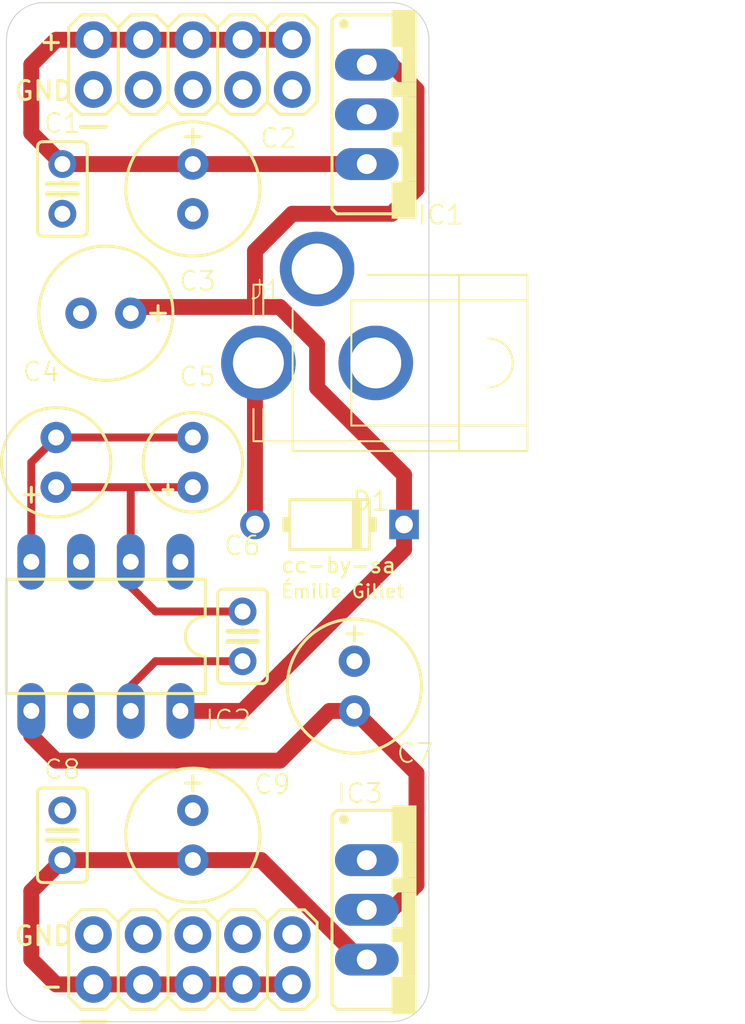
<source format=kicad_pcb>
(kicad_pcb (version 20171130) (host pcbnew 5.1.5-52549c5~84~ubuntu18.04.1)

  (general
    (thickness 1.6)
    (drawings 14)
    (tracks 63)
    (zones 0)
    (modules 16)
    (nets 13)
  )

  (page A4)
  (layers
    (0 Top signal)
    (31 Bottom signal)
    (32 B.Adhes user)
    (33 F.Adhes user)
    (34 B.Paste user)
    (35 F.Paste user)
    (36 B.SilkS user)
    (37 F.SilkS user)
    (38 B.Mask user)
    (39 F.Mask user)
    (40 Dwgs.User user)
    (41 Cmts.User user)
    (42 Eco1.User user)
    (43 Eco2.User user)
    (44 Edge.Cuts user)
    (45 Margin user)
    (46 B.CrtYd user)
    (47 F.CrtYd user)
    (48 B.Fab user)
    (49 F.Fab user)
  )

  (setup
    (last_trace_width 0.25)
    (trace_clearance 0.2)
    (zone_clearance 0.508)
    (zone_45_only no)
    (trace_min 0.2)
    (via_size 0.8)
    (via_drill 0.4)
    (via_min_size 0.4)
    (via_min_drill 0.3)
    (uvia_size 0.3)
    (uvia_drill 0.1)
    (uvias_allowed no)
    (uvia_min_size 0.2)
    (uvia_min_drill 0.1)
    (edge_width 0.05)
    (segment_width 0.2)
    (pcb_text_width 0.3)
    (pcb_text_size 1.5 1.5)
    (mod_edge_width 0.12)
    (mod_text_size 1 1)
    (mod_text_width 0.15)
    (pad_size 1.524 1.524)
    (pad_drill 0.762)
    (pad_to_mask_clearance 0.051)
    (solder_mask_min_width 0.25)
    (aux_axis_origin 0 0)
    (visible_elements FFFFFF7F)
    (pcbplotparams
      (layerselection 0x010fc_ffffffff)
      (usegerberextensions false)
      (usegerberattributes false)
      (usegerberadvancedattributes false)
      (creategerberjobfile false)
      (excludeedgelayer true)
      (linewidth 0.100000)
      (plotframeref false)
      (viasonmask false)
      (mode 1)
      (useauxorigin false)
      (hpglpennumber 1)
      (hpglpenspeed 20)
      (hpglpendiameter 15.000000)
      (psnegative false)
      (psa4output false)
      (plotreference true)
      (plotvalue true)
      (plotinvisibletext false)
      (padsonsilk false)
      (subtractmaskfromsilk false)
      (outputformat 1)
      (mirror false)
      (drillshape 1)
      (scaleselection 1)
      (outputdirectory ""))
  )

  (net 0 "")
  (net 1 GND)
  (net 2 VCC)
  (net 3 VEE)
  (net 4 "Net-(D1-PadA)")
  (net 5 "Net-(J1-Pad2)")
  (net 6 "Net-(C7-Pad-)")
  (net 7 "Net-(IC2-Pad6)")
  (net 8 "Net-(C4-Pad-)")
  (net 9 "Net-(C3-Pad+)")
  (net 10 "Net-(C6-Pad2)")
  (net 11 "Net-(C4-Pad+)")
  (net 12 "Net-(IC2-Pad1)")

  (net_class Default "This is the default net class."
    (clearance 0.2)
    (trace_width 0.25)
    (via_dia 0.8)
    (via_drill 0.4)
    (uvia_dia 0.3)
    (uvia_drill 0.1)
    (add_net GND)
    (add_net "Net-(C3-Pad+)")
    (add_net "Net-(C4-Pad+)")
    (add_net "Net-(C4-Pad-)")
    (add_net "Net-(C6-Pad2)")
    (add_net "Net-(C7-Pad-)")
    (add_net "Net-(D1-PadA)")
    (add_net "Net-(IC2-Pad1)")
    (add_net "Net-(IC2-Pad6)")
    (add_net "Net-(J1-Pad2)")
    (add_net VCC)
    (add_net VEE)
  )

  (module bbf-supply:SPC4078_BIG_HOLES (layer Top) (tedit 0) (tstamp 5E77C5E3)
    (at 156.1211 97.3786 180)
    (path /2CE6A523)
    (fp_text reference J1 (at 6.0325 3.175) (layer F.SilkS)
      (effects (font (size 0.9652 0.9652) (thickness 0.077216)) (justify left bottom))
    )
    (fp_text value JACK-PLUG2 (at -7.62 6.35) (layer F.Fab)
      (effects (font (size 1.2065 1.2065) (thickness 0.09652)) (justify left bottom))
    )
    (fp_line (start 3.79 2.73) (end 3.79 -4) (layer F.SilkS) (width 0.1))
    (fp_line (start -8.21 4.5) (end -0.02 4.5) (layer F.SilkS) (width 0.1))
    (fp_line (start 5.29 4) (end 5.79 4) (layer F.SilkS) (width 0.1))
    (fp_line (start 5.79 -2.35) (end 5.79 -4) (layer F.SilkS) (width 0.1))
    (fp_line (start 5.79 4) (end 5.79 2.35) (layer F.SilkS) (width 0.1))
    (fp_line (start 5.29 4) (end 5.29 2.35) (layer F.SilkS) (width 0.1))
    (fp_line (start 5.29 -2.35) (end 5.29 -4) (layer F.SilkS) (width 0.1))
    (fp_arc (start -6.21 0) (end -6.21 -1.25) (angle -180) (layer F.SilkS) (width 0.1))
    (fp_line (start -6.21 1.25) (end 0.79 1.25) (layer F.Fab) (width 0.1))
    (fp_line (start -6.21 -1.25) (end 0.79 -1.25) (layer F.Fab) (width 0.1))
    (fp_line (start 0.79 3.2) (end 0.79 -3.2) (layer F.SilkS) (width 0.1))
    (fp_line (start -8.21 3.2) (end 0.79 3.2) (layer F.SilkS) (width 0.1))
    (fp_line (start -8.21 -3.2) (end 0.79 -3.2) (layer F.SilkS) (width 0.1))
    (fp_line (start 5.29 4) (end 5.29 -4) (layer F.Fab) (width 0.1))
    (fp_line (start 5.79 4) (end 5.79 -4) (layer F.Fab) (width 0.1))
    (fp_line (start 5.29 -4) (end 5.79 -4) (layer F.SilkS) (width 0.1))
    (fp_line (start 3.79 -4) (end 5.29 -4) (layer F.SilkS) (width 0.1))
    (fp_line (start 5.29 4) (end 5.79 4) (layer F.Fab) (width 0.1))
    (fp_line (start 3.79 4) (end 5.29 4) (layer F.Fab) (width 0.1))
    (fp_line (start -8.21 4.5) (end 3.79 4.5) (layer F.Fab) (width 0.1))
    (fp_line (start -8.21 -4.5) (end 3.79 -4.5) (layer F.SilkS) (width 0.1))
    (fp_line (start 3.79 -4) (end 3.79 -4.5) (layer F.SilkS) (width 0.1))
    (fp_line (start 3.79 4.5) (end 3.79 4) (layer F.Fab) (width 0.1))
    (fp_line (start 3.79 4) (end 3.79 -4) (layer F.Fab) (width 0.1))
    (fp_line (start -4.71 -4) (end 3.79 -4) (layer F.SilkS) (width 0.1))
    (fp_line (start -4.71 4) (end 3.79 4) (layer F.Fab) (width 0.1))
    (fp_line (start -4.71 -4) (end -4.71 -4.5) (layer F.SilkS) (width 0.1))
    (fp_line (start -4.71 4.5) (end -4.71 -4) (layer F.SilkS) (width 0.1))
    (fp_line (start -8.21 -3.2) (end -8.21 -4.5) (layer F.SilkS) (width 0.1))
    (fp_line (start -8.21 3.2) (end -8.21 -3.2) (layer F.SilkS) (width 0.1))
    (fp_line (start -8.21 4.5) (end -8.21 3.2) (layer F.SilkS) (width 0.1))
    (pad 3 thru_hole circle (at 5.54 0 270) (size 3.81 3.81) (drill 2.6) (layers *.Cu *.Mask)
      (net 4 "Net-(D1-PadA)") (solder_mask_margin 0.1016))
    (pad 1 thru_hole circle (at -0.46 0 270) (size 3.81 3.81) (drill 2.6) (layers *.Cu *.Mask)
      (net 1 GND) (solder_mask_margin 0.1016))
    (pad 2 thru_hole circle (at 2.54 4.8 180) (size 3.81 3.81) (drill 2.6) (layers *.Cu *.Mask)
      (net 5 "Net-(J1-Pad2)") (solder_mask_margin 0.1016))
  )

  (module bbf-supply:DIL08 (layer Top) (tedit 0) (tstamp 5E77C608)
    (at 142.7861 111.3486 180)
    (descr "<b>Dual In Line Package</b>")
    (path /7E1D44F4)
    (fp_text reference IC2 (at -5.0165 -4.826) (layer F.SilkS)
      (effects (font (size 0.9652 0.9652) (thickness 0.09652)) (justify left bottom))
    )
    (fp_text value LT1054 (at -3.556 0.635) (layer F.Fab)
      (effects (font (size 1.2065 1.2065) (thickness 0.14478)) (justify left bottom))
    )
    (fp_arc (start -5.08 0) (end -5.08 -1.016) (angle 180) (layer F.SilkS) (width 0.1524))
    (fp_line (start -5.08 2.921) (end -5.08 1.016) (layer F.SilkS) (width 0.1524))
    (fp_line (start -5.08 -2.921) (end -5.08 -1.016) (layer F.SilkS) (width 0.1524))
    (fp_line (start 5.08 -2.921) (end 5.08 2.921) (layer F.SilkS) (width 0.1524))
    (fp_line (start -5.08 2.921) (end 5.08 2.921) (layer F.SilkS) (width 0.1524))
    (fp_line (start 5.08 -2.921) (end -5.08 -2.921) (layer F.SilkS) (width 0.1524))
    (pad 5 thru_hole oval (at 3.81 -3.81 270) (size 2.8448 1.4224) (drill 0.8128) (layers *.Cu *.Mask)
      (net 6 "Net-(C7-Pad-)") (solder_mask_margin 0.1016))
    (pad 6 thru_hole oval (at 1.27 -3.81 270) (size 2.8448 1.4224) (drill 0.8128) (layers *.Cu *.Mask)
      (net 7 "Net-(IC2-Pad6)") (solder_mask_margin 0.1016))
    (pad 4 thru_hole oval (at 3.81 3.81 270) (size 2.8448 1.4224) (drill 0.8128) (layers *.Cu *.Mask)
      (net 8 "Net-(C4-Pad-)") (solder_mask_margin 0.1016))
    (pad 3 thru_hole oval (at 1.27 3.81 270) (size 2.8448 1.4224) (drill 0.8128) (layers *.Cu *.Mask)
      (net 1 GND) (solder_mask_margin 0.1016))
    (pad 8 thru_hole oval (at -3.81 -3.81 270) (size 2.8448 1.4224) (drill 0.8128) (layers *.Cu *.Mask)
      (net 9 "Net-(C3-Pad+)") (solder_mask_margin 0.1016))
    (pad 7 thru_hole oval (at -1.27 -3.81 270) (size 2.8448 1.4224) (drill 0.8128) (layers *.Cu *.Mask)
      (net 10 "Net-(C6-Pad2)") (solder_mask_margin 0.1016))
    (pad 2 thru_hole oval (at -1.27 3.81 270) (size 2.8448 1.4224) (drill 0.8128) (layers *.Cu *.Mask)
      (net 11 "Net-(C4-Pad+)") (solder_mask_margin 0.1016))
    (pad 1 thru_hole oval (at -3.81 3.81 270) (size 2.8448 1.4224) (drill 0.8128) (layers *.Cu *.Mask)
      (net 12 "Net-(IC2-Pad1)") (solder_mask_margin 0.1016))
  )

  (module bbf-supply:E2,5-6 (layer Top) (tedit 0) (tstamp 5E77C619)
    (at 140.2461 102.4586 90)
    (descr "<b>ELECTROLYTIC CAPACITOR</b><p>\ngrid 2.54 mm, diameter 6 mm")
    (path /CD587859)
    (fp_text reference C4 (at 4.064 -1.778) (layer F.SilkS)
      (effects (font (size 0.9652 0.9652) (thickness 0.09652)) (justify left bottom))
    )
    (fp_text value 100u (at 3.048 -1.778) (layer F.Fab)
      (effects (font (size 0.77216 0.77216) (thickness 0.077216)) (justify left bottom))
    )
    (fp_poly (pts (xy 0.254 1.27) (xy 0.762 1.27) (xy 0.762 -1.27) (xy 0.254 -1.27)) (layer F.Fab) (width 0))
    (fp_circle (center 0 0) (end 2.794 0) (layer F.SilkS) (width 0.1524))
    (fp_line (start 0.635 0) (end 1.651 0) (layer F.Fab) (width 0.1524))
    (fp_line (start -0.762 -1.27) (end -0.762 0) (layer F.Fab) (width 0.1524))
    (fp_line (start -0.254 -1.27) (end -0.762 -1.27) (layer F.Fab) (width 0.1524))
    (fp_line (start -0.254 1.27) (end -0.254 -1.27) (layer F.Fab) (width 0.1524))
    (fp_line (start -0.762 1.27) (end -0.254 1.27) (layer F.Fab) (width 0.1524))
    (fp_line (start -0.762 0) (end -0.762 1.27) (layer F.Fab) (width 0.1524))
    (fp_line (start -1.651 0) (end -0.762 0) (layer F.Fab) (width 0.1524))
    (fp_line (start -1.651 -1.27) (end -1.651 -1.651) (layer F.SilkS) (width 0.1524))
    (fp_line (start -1.651 -1.27) (end -1.27 -1.27) (layer F.SilkS) (width 0.1524))
    (fp_line (start -1.651 -0.889) (end -1.651 -1.27) (layer F.SilkS) (width 0.1524))
    (fp_line (start -2.032 -1.27) (end -1.651 -1.27) (layer F.SilkS) (width 0.1524))
    (pad + thru_hole circle (at -1.27 0 90) (size 1.6002 1.6002) (drill 0.8128) (layers *.Cu *.Mask)
      (net 11 "Net-(C4-Pad+)") (solder_mask_margin 0.1016))
    (pad - thru_hole circle (at 1.27 0 90) (size 1.6002 1.6002) (drill 0.8128) (layers *.Cu *.Mask)
      (net 8 "Net-(C4-Pad-)") (solder_mask_margin 0.1016))
  )

  (module bbf-supply:E2,5-7 (layer Top) (tedit 0) (tstamp 5E77C62B)
    (at 147.2311 88.4886 270)
    (descr "<b>ELECTROLYTIC CAPACITOR</b><p>\ngrid 2.54 mm, diameter 7 mm")
    (path /8C1F531B)
    (fp_text reference C2 (at -2.032 -3.3655) (layer F.SilkS)
      (effects (font (size 0.9652 0.9652) (thickness 0.09652)) (justify left bottom))
    )
    (fp_text value 100u (at 1.397 3.81 90) (layer F.Fab)
      (effects (font (size 0.77216 0.77216) (thickness 0.077216)) (justify left bottom))
    )
    (fp_poly (pts (xy 0.254 1.27) (xy 0.762 1.27) (xy 0.762 -1.27) (xy 0.254 -1.27)) (layer F.Fab) (width 0))
    (fp_circle (center 0 0) (end 3.429 0) (layer F.SilkS) (width 0.1524))
    (fp_line (start 0.635 0) (end 1.651 0) (layer F.Fab) (width 0.1524))
    (fp_line (start -0.762 -1.27) (end -0.762 0) (layer F.Fab) (width 0.1524))
    (fp_line (start -0.254 -1.27) (end -0.762 -1.27) (layer F.Fab) (width 0.1524))
    (fp_line (start -0.254 1.27) (end -0.254 -1.27) (layer F.Fab) (width 0.1524))
    (fp_line (start -0.762 1.27) (end -0.254 1.27) (layer F.Fab) (width 0.1524))
    (fp_line (start -0.762 0) (end -0.762 1.27) (layer F.Fab) (width 0.1524))
    (fp_line (start -1.651 0) (end -0.762 0) (layer F.Fab) (width 0.1524))
    (fp_line (start -2.667 0.381) (end -2.667 -0.381) (layer F.SilkS) (width 0.1524))
    (fp_line (start -3.048 0) (end -2.286 0) (layer F.SilkS) (width 0.1524))
    (pad + thru_hole circle (at -1.27 0 270) (size 1.6002 1.6002) (drill 0.8128) (layers *.Cu *.Mask)
      (net 2 VCC) (solder_mask_margin 0.1016))
    (pad - thru_hole circle (at 1.27 0 270) (size 1.6002 1.6002) (drill 0.8128) (layers *.Cu *.Mask)
      (net 1 GND) (solder_mask_margin 0.1016))
  )

  (module bbf-supply:E2,5-7 (layer Top) (tedit 0) (tstamp 5E77C63B)
    (at 147.2311 121.5086 270)
    (descr "<b>ELECTROLYTIC CAPACITOR</b><p>\ngrid 2.54 mm, diameter 7 mm")
    (path /C2FDBD7A)
    (fp_text reference C9 (at -2.032 -3.048) (layer F.SilkS)
      (effects (font (size 0.9652 0.9652) (thickness 0.09652)) (justify left bottom))
    )
    (fp_text value 100u (at 1.397 3.81 90) (layer F.Fab)
      (effects (font (size 0.77216 0.77216) (thickness 0.077216)) (justify left bottom))
    )
    (fp_poly (pts (xy 0.254 1.27) (xy 0.762 1.27) (xy 0.762 -1.27) (xy 0.254 -1.27)) (layer F.Fab) (width 0))
    (fp_circle (center 0 0) (end 3.429 0) (layer F.SilkS) (width 0.1524))
    (fp_line (start 0.635 0) (end 1.651 0) (layer F.Fab) (width 0.1524))
    (fp_line (start -0.762 -1.27) (end -0.762 0) (layer F.Fab) (width 0.1524))
    (fp_line (start -0.254 -1.27) (end -0.762 -1.27) (layer F.Fab) (width 0.1524))
    (fp_line (start -0.254 1.27) (end -0.254 -1.27) (layer F.Fab) (width 0.1524))
    (fp_line (start -0.762 1.27) (end -0.254 1.27) (layer F.Fab) (width 0.1524))
    (fp_line (start -0.762 0) (end -0.762 1.27) (layer F.Fab) (width 0.1524))
    (fp_line (start -1.651 0) (end -0.762 0) (layer F.Fab) (width 0.1524))
    (fp_line (start -2.667 0.381) (end -2.667 -0.381) (layer F.SilkS) (width 0.1524))
    (fp_line (start -3.048 0) (end -2.286 0) (layer F.SilkS) (width 0.1524))
    (pad + thru_hole circle (at -1.27 0 270) (size 1.6002 1.6002) (drill 0.8128) (layers *.Cu *.Mask)
      (net 1 GND) (solder_mask_margin 0.1016))
    (pad - thru_hole circle (at 1.27 0 270) (size 1.6002 1.6002) (drill 0.8128) (layers *.Cu *.Mask)
      (net 3 VEE) (solder_mask_margin 0.1016))
  )

  (module bbf-supply:79XXS (layer Top) (tedit 0) (tstamp 5E77C64B)
    (at 158.6611 125.3186 270)
    (descr "<b>VOLTAGE REGULATOR</b>")
    (path /6D0A6D83)
    (fp_text reference IC3 (at -5.3848 4.1275) (layer F.SilkS)
      (effects (font (size 0.9652 0.9652) (thickness 0.09652)) (justify left bottom))
    )
    (fp_text value 790X (at -1.27 4.7625 90) (layer F.Fab)
      (effects (font (size 0.9652 0.9652) (thickness 0.09652)) (justify left bottom))
    )
    (fp_poly (pts (xy 1.651 1.27) (xy 3.429 1.27) (xy 3.429 0.762) (xy 1.651 0.762)) (layer F.Fab) (width 0))
    (fp_poly (pts (xy -0.889 1.27) (xy 0.889 1.27) (xy 0.889 0.762) (xy -0.889 0.762)) (layer F.Fab) (width 0))
    (fp_poly (pts (xy -3.429 1.27) (xy -1.651 1.27) (xy -1.651 0.762) (xy -3.429 0.762)) (layer F.Fab) (width 0))
    (fp_poly (pts (xy 3.429 1.27) (xy 5.334 1.27) (xy 5.334 0) (xy 3.429 0)) (layer F.SilkS) (width 0))
    (fp_poly (pts (xy 1.651 0.762) (xy 3.429 0.762) (xy 3.429 0) (xy 1.651 0)) (layer F.SilkS) (width 0))
    (fp_poly (pts (xy 0.889 1.27) (xy 1.651 1.27) (xy 1.651 0) (xy 0.889 0)) (layer F.SilkS) (width 0))
    (fp_poly (pts (xy -0.889 0.762) (xy 0.889 0.762) (xy 0.889 0) (xy -0.889 0)) (layer F.SilkS) (width 0))
    (fp_poly (pts (xy -1.651 1.27) (xy -0.889 1.27) (xy -0.889 0) (xy -1.651 0)) (layer F.SilkS) (width 0))
    (fp_poly (pts (xy -3.429 0.762) (xy -1.651 0.762) (xy -1.651 0) (xy -3.429 0)) (layer F.SilkS) (width 0))
    (fp_poly (pts (xy -5.334 1.27) (xy -3.429 1.27) (xy -3.429 0) (xy -5.334 0)) (layer F.SilkS) (width 0))
    (fp_text user O (at 1.905 3.81 270) (layer F.Fab)
      (effects (font (size 1.2065 1.2065) (thickness 0.127)) (justify left bottom))
    )
    (fp_text user I (at -0.635 3.81 270) (layer F.Fab)
      (effects (font (size 1.2065 1.2065) (thickness 0.127)) (justify left bottom))
    )
    (fp_text user + (at -3.175 3.81 270) (layer F.Fab)
      (effects (font (size 1.2065 1.2065) (thickness 0.127)) (justify left bottom))
    )
    (fp_circle (center -4.6228 3.7084) (end -4.4958 3.7084) (layer F.SilkS) (width 0.254))
    (fp_line (start -5.08 4.064) (end -5.08 1.143) (layer F.SilkS) (width 0.1524))
    (fp_line (start 5.08 1.143) (end 5.08 4.064) (layer F.SilkS) (width 0.1524))
    (fp_line (start -5.08 4.064) (end -4.826 4.318) (layer F.SilkS) (width 0.1524))
    (fp_line (start 4.826 4.318) (end -4.826 4.318) (layer F.SilkS) (width 0.1524))
    (fp_line (start 4.826 4.318) (end 5.08 4.064) (layer F.SilkS) (width 0.1524))
    (pad OUT thru_hole oval (at 2.54 2.54) (size 3.2512 1.6256) (drill 1.016) (layers *.Cu *.Mask)
      (net 3 VEE) (solder_mask_margin 0.1016))
    (pad IN thru_hole oval (at 0 2.54) (size 3.2512 1.6256) (drill 1.016) (layers *.Cu *.Mask)
      (net 6 "Net-(C7-Pad-)") (solder_mask_margin 0.1016))
    (pad GND thru_hole oval (at -2.54 2.54) (size 3.2512 1.6256) (drill 1.016) (layers *.Cu *.Mask)
      (net 1 GND) (solder_mask_margin 0.1016))
  )

  (module bbf-supply:E2,5-7 (layer Top) (tedit 0) (tstamp 5E77C664)
    (at 142.7861 94.8386 180)
    (descr "<b>ELECTROLYTIC CAPACITOR</b><p>\ngrid 2.54 mm, diameter 7 mm")
    (path /EFF0CBE3)
    (fp_text reference C3 (at -3.683 1.0795) (layer F.SilkS)
      (effects (font (size 0.9652 0.9652) (thickness 0.09652)) (justify left bottom))
    )
    (fp_text value 100u (at 3.81 -1.397 90) (layer F.Fab)
      (effects (font (size 0.77216 0.77216) (thickness 0.077216)) (justify left bottom))
    )
    (fp_poly (pts (xy 0.254 1.27) (xy 0.762 1.27) (xy 0.762 -1.27) (xy 0.254 -1.27)) (layer F.Fab) (width 0))
    (fp_circle (center 0 0) (end 3.429 0) (layer F.SilkS) (width 0.1524))
    (fp_line (start 0.635 0) (end 1.651 0) (layer F.Fab) (width 0.1524))
    (fp_line (start -0.762 -1.27) (end -0.762 0) (layer F.Fab) (width 0.1524))
    (fp_line (start -0.254 -1.27) (end -0.762 -1.27) (layer F.Fab) (width 0.1524))
    (fp_line (start -0.254 1.27) (end -0.254 -1.27) (layer F.Fab) (width 0.1524))
    (fp_line (start -0.762 1.27) (end -0.254 1.27) (layer F.Fab) (width 0.1524))
    (fp_line (start -0.762 0) (end -0.762 1.27) (layer F.Fab) (width 0.1524))
    (fp_line (start -1.651 0) (end -0.762 0) (layer F.Fab) (width 0.1524))
    (fp_line (start -2.667 0.381) (end -2.667 -0.381) (layer F.SilkS) (width 0.1524))
    (fp_line (start -3.048 0) (end -2.286 0) (layer F.SilkS) (width 0.1524))
    (pad + thru_hole circle (at -1.27 0 180) (size 1.6002 1.6002) (drill 0.8128) (layers *.Cu *.Mask)
      (net 9 "Net-(C3-Pad+)") (solder_mask_margin 0.1016))
    (pad - thru_hole circle (at 1.27 0 180) (size 1.6002 1.6002) (drill 0.8128) (layers *.Cu *.Mask)
      (net 1 GND) (solder_mask_margin 0.1016))
  )

  (module bbf-supply:E2,5-7 (layer Top) (tedit 0) (tstamp 5E77C674)
    (at 155.4861 113.8886 270)
    (descr "<b>ELECTROLYTIC CAPACITOR</b><p>\ngrid 2.54 mm, diameter 7 mm")
    (path /5CF60085)
    (fp_text reference C7 (at 4.0005 -2.0955) (layer F.SilkS)
      (effects (font (size 0.9652 0.9652) (thickness 0.09652)) (justify left bottom))
    )
    (fp_text value 100u (at 3.302 3.81 90) (layer F.Fab)
      (effects (font (size 0.77216 0.77216) (thickness 0.077216)) (justify left bottom))
    )
    (fp_poly (pts (xy 0.254 1.27) (xy 0.762 1.27) (xy 0.762 -1.27) (xy 0.254 -1.27)) (layer F.Fab) (width 0))
    (fp_circle (center 0 0) (end 3.429 0) (layer F.SilkS) (width 0.1524))
    (fp_line (start 0.635 0) (end 1.651 0) (layer F.Fab) (width 0.1524))
    (fp_line (start -0.762 -1.27) (end -0.762 0) (layer F.Fab) (width 0.1524))
    (fp_line (start -0.254 -1.27) (end -0.762 -1.27) (layer F.Fab) (width 0.1524))
    (fp_line (start -0.254 1.27) (end -0.254 -1.27) (layer F.Fab) (width 0.1524))
    (fp_line (start -0.762 1.27) (end -0.254 1.27) (layer F.Fab) (width 0.1524))
    (fp_line (start -0.762 0) (end -0.762 1.27) (layer F.Fab) (width 0.1524))
    (fp_line (start -1.651 0) (end -0.762 0) (layer F.Fab) (width 0.1524))
    (fp_line (start -2.667 0.381) (end -2.667 -0.381) (layer F.SilkS) (width 0.1524))
    (fp_line (start -3.048 0) (end -2.286 0) (layer F.SilkS) (width 0.1524))
    (pad + thru_hole circle (at -1.27 0 270) (size 1.6002 1.6002) (drill 0.8128) (layers *.Cu *.Mask)
      (net 1 GND) (solder_mask_margin 0.1016))
    (pad - thru_hole circle (at 1.27 0 270) (size 1.6002 1.6002) (drill 0.8128) (layers *.Cu *.Mask)
      (net 6 "Net-(C7-Pad-)") (solder_mask_margin 0.1016))
  )

  (module bbf-supply:78XXS (layer Top) (tedit 0) (tstamp 5E77C684)
    (at 158.6611 84.6786 270)
    (descr "<b>VOLTAGE REGULATOR</b>")
    (path /DD5CA40B)
    (fp_text reference IC1 (at 5.7023 0) (layer F.SilkS)
      (effects (font (size 0.9652 0.9652) (thickness 0.09652)) (justify left bottom))
    )
    (fp_text value 780X (at 5.08 4.7625 90) (layer F.Fab)
      (effects (font (size 0.9652 0.9652) (thickness 0.09652)) (justify left bottom))
    )
    (fp_poly (pts (xy 1.651 1.27) (xy 3.429 1.27) (xy 3.429 0.762) (xy 1.651 0.762)) (layer F.Fab) (width 0))
    (fp_poly (pts (xy -0.889 1.27) (xy 0.889 1.27) (xy 0.889 0.762) (xy -0.889 0.762)) (layer F.Fab) (width 0))
    (fp_poly (pts (xy -3.429 1.27) (xy -1.651 1.27) (xy -1.651 0.762) (xy -3.429 0.762)) (layer F.Fab) (width 0))
    (fp_poly (pts (xy 3.429 1.27) (xy 5.334 1.27) (xy 5.334 0) (xy 3.429 0)) (layer F.SilkS) (width 0))
    (fp_poly (pts (xy 1.651 0.762) (xy 3.429 0.762) (xy 3.429 0) (xy 1.651 0)) (layer F.SilkS) (width 0))
    (fp_poly (pts (xy 0.889 1.27) (xy 1.651 1.27) (xy 1.651 0) (xy 0.889 0)) (layer F.SilkS) (width 0))
    (fp_poly (pts (xy -0.889 0.762) (xy 0.889 0.762) (xy 0.889 0) (xy -0.889 0)) (layer F.SilkS) (width 0))
    (fp_poly (pts (xy -1.651 1.27) (xy -0.889 1.27) (xy -0.889 0) (xy -1.651 0)) (layer F.SilkS) (width 0))
    (fp_poly (pts (xy -3.429 0.762) (xy -1.651 0.762) (xy -1.651 0) (xy -3.429 0)) (layer F.SilkS) (width 0))
    (fp_poly (pts (xy -5.334 1.27) (xy -3.429 1.27) (xy -3.429 0) (xy -5.334 0)) (layer F.SilkS) (width 0))
    (fp_text user O (at 1.905 3.81 270) (layer F.Fab)
      (effects (font (size 1.2065 1.2065) (thickness 0.127)) (justify left bottom))
    )
    (fp_text user I (at -3.175 3.81 270) (layer F.Fab)
      (effects (font (size 1.2065 1.2065) (thickness 0.127)) (justify left bottom))
    )
    (fp_text user - (at -0.635 3.81 270) (layer F.Fab)
      (effects (font (size 1.2065 1.2065) (thickness 0.127)) (justify left bottom))
    )
    (fp_circle (center -4.6228 3.7084) (end -4.4958 3.7084) (layer F.SilkS) (width 0.254))
    (fp_line (start -5.08 4.064) (end -5.08 1.143) (layer F.SilkS) (width 0.1524))
    (fp_line (start 5.08 1.143) (end 5.08 4.064) (layer F.SilkS) (width 0.1524))
    (fp_line (start -5.08 4.064) (end -4.826 4.318) (layer F.SilkS) (width 0.1524))
    (fp_line (start 4.826 4.318) (end -4.826 4.318) (layer F.SilkS) (width 0.1524))
    (fp_line (start 4.826 4.318) (end 5.08 4.064) (layer F.SilkS) (width 0.1524))
    (pad OUT thru_hole oval (at 2.54 2.54) (size 3.2512 1.6256) (drill 1.016) (layers *.Cu *.Mask)
      (net 2 VCC) (solder_mask_margin 0.1016))
    (pad GND thru_hole oval (at 0 2.54) (size 3.2512 1.6256) (drill 1.016) (layers *.Cu *.Mask)
      (net 1 GND) (solder_mask_margin 0.1016))
    (pad IN thru_hole oval (at -2.54 2.54) (size 3.2512 1.6256) (drill 1.016) (layers *.Cu *.Mask)
      (net 9 "Net-(C3-Pad+)") (solder_mask_margin 0.1016))
  )

  (module bbf-supply:DO41-3 (layer Top) (tedit 0) (tstamp 5E77C69D)
    (at 154.2161 105.6336 180)
    (descr "<b>DO-41 0.3\" pad spacing</b>")
    (path /C506C054)
    (fp_text reference D1 (at -1.0922 0.635) (layer F.SilkS)
      (effects (font (size 0.9652 0.9652) (thickness 0.115824)) (justify left bottom))
    )
    (fp_text value 1N4001 (at 2.54 1.651) (layer F.Fab)
      (effects (font (size 0.9652 0.9652) (thickness 0.115824)) (justify left bottom))
    )
    (fp_poly (pts (xy 2.032 0.381) (xy 2.413 0.381) (xy 2.413 -0.381) (xy 2.032 -0.381)) (layer F.SilkS) (width 0))
    (fp_poly (pts (xy -2.413 0.381) (xy -2.032 0.381) (xy -2.032 -0.381) (xy -2.413 -0.381)) (layer F.SilkS) (width 0))
    (fp_poly (pts (xy -1.651 1.27) (xy -1.143 1.27) (xy -1.143 -1.27) (xy -1.651 -1.27)) (layer F.SilkS) (width 0))
    (fp_line (start -3.81 0) (end -2.54 0) (layer F.Fab) (width 0.762))
    (fp_line (start 3.81 0) (end 2.413 0) (layer F.Fab) (width 0.762))
    (fp_line (start -2.032 -1.27) (end -2.032 1.27) (layer F.SilkS) (width 0.1524))
    (fp_line (start -2.032 -1.27) (end 2.032 -1.27) (layer F.SilkS) (width 0.1524))
    (fp_line (start 2.032 1.27) (end 2.032 -1.27) (layer F.SilkS) (width 0.1524))
    (fp_line (start 2.032 1.27) (end -2.032 1.27) (layer F.SilkS) (width 0.1524))
    (pad A thru_hole circle (at 3.81 0 180) (size 1.5096 1.5096) (drill 0.9) (layers *.Cu *.Mask)
      (net 4 "Net-(D1-PadA)") (solder_mask_margin 0.1016))
    (pad C thru_hole rect (at -3.81 0 180) (size 1.5096 1.5096) (drill 0.9) (layers *.Cu *.Mask)
      (net 9 "Net-(C3-Pad+)") (solder_mask_margin 0.1016))
  )

  (module bbf-supply:C025-025X050 (layer Top) (tedit 0) (tstamp 5E77C6AB)
    (at 149.7711 111.3486 270)
    (descr "<b>CAPACITOR</b><p>\ngrid 2.5 mm, outline 2.5 x 5 mm")
    (path /1D8A09B6)
    (fp_text reference C6 (at -4.064 1.016) (layer F.SilkS)
      (effects (font (size 0.9652 0.9652) (thickness 0.09652)) (justify left bottom))
    )
    (fp_text value 10p (at -2.921 1.016) (layer F.Fab)
      (effects (font (size 0.77216 0.77216) (thickness 0.077216)) (justify left bottom))
    )
    (fp_line (start -0.381 0) (end -0.762 0) (layer F.Fab) (width 0.1524))
    (fp_line (start -0.254 0) (end -0.381 0) (layer F.SilkS) (width 0.1524))
    (fp_line (start -0.254 0) (end -0.254 0.762) (layer F.SilkS) (width 0.254))
    (fp_line (start -0.254 -0.762) (end -0.254 0) (layer F.SilkS) (width 0.254))
    (fp_line (start 0.254 0) (end 0.254 0.762) (layer F.SilkS) (width 0.254))
    (fp_line (start 0.254 0) (end 0.254 -0.762) (layer F.SilkS) (width 0.254))
    (fp_line (start 0.381 0) (end 0.254 0) (layer F.SilkS) (width 0.1524))
    (fp_line (start 0.762 0) (end 0.381 0) (layer F.Fab) (width 0.1524))
    (fp_arc (start -2.159 1.016) (end -2.413 1.016) (angle -90) (layer F.SilkS) (width 0.1524))
    (fp_arc (start 2.159 1.016) (end 2.159 1.27) (angle -90) (layer F.SilkS) (width 0.1524))
    (fp_arc (start -2.159 -1.016) (end -2.413 -1.016) (angle 90) (layer F.SilkS) (width 0.1524))
    (fp_arc (start 2.159 -1.016) (end 2.159 -1.27) (angle 90) (layer F.SilkS) (width 0.1524))
    (fp_line (start -2.413 -1.016) (end -2.413 1.016) (layer F.SilkS) (width 0.1524))
    (fp_line (start 2.413 -1.016) (end 2.413 1.016) (layer F.SilkS) (width 0.1524))
    (fp_line (start 2.159 1.27) (end -2.159 1.27) (layer F.SilkS) (width 0.1524))
    (fp_line (start -2.159 -1.27) (end 2.159 -1.27) (layer F.SilkS) (width 0.1524))
    (pad 2 thru_hole circle (at 1.27 0 270) (size 1.4224 1.4224) (drill 0.8128) (layers *.Cu *.Mask)
      (net 10 "Net-(C6-Pad2)") (solder_mask_margin 0.1016))
    (pad 1 thru_hole circle (at -1.27 0 270) (size 1.4224 1.4224) (drill 0.8128) (layers *.Cu *.Mask)
      (net 11 "Net-(C4-Pad+)") (solder_mask_margin 0.1016))
  )

  (module bbf-supply:E2,5-5 (layer Top) (tedit 0) (tstamp 5E77C6C0)
    (at 147.2311 102.4586 90)
    (descr "<b>ELECTROLYTIC CAPACITOR</b><p>\ngrid 2.54 mm, diameter 5 mm")
    (path /61218984)
    (fp_text reference C5 (at 3.81 -0.762) (layer F.SilkS)
      (effects (font (size 0.9652 0.9652) (thickness 0.09652)) (justify left bottom))
    )
    (fp_text value 10u (at 2.667 -0.762) (layer F.Fab)
      (effects (font (size 0.77216 0.77216) (thickness 0.077216)) (justify left bottom))
    )
    (fp_poly (pts (xy 0.254 1.27) (xy 0.762 1.27) (xy 0.762 -1.27) (xy 0.254 -1.27)) (layer F.Fab) (width 0))
    (fp_circle (center 0 0) (end 2.54 0) (layer F.SilkS) (width 0.1524))
    (fp_line (start 0.635 0) (end 1.651 0) (layer F.Fab) (width 0.1524))
    (fp_line (start -0.762 -1.27) (end -0.762 0) (layer F.Fab) (width 0.1524))
    (fp_line (start -0.254 -1.27) (end -0.762 -1.27) (layer F.Fab) (width 0.1524))
    (fp_line (start -0.254 1.27) (end -0.254 -1.27) (layer F.Fab) (width 0.1524))
    (fp_line (start -0.762 1.27) (end -0.254 1.27) (layer F.Fab) (width 0.1524))
    (fp_line (start -0.762 0) (end -0.762 1.27) (layer F.Fab) (width 0.1524))
    (fp_line (start -1.651 0) (end -0.762 0) (layer F.Fab) (width 0.1524))
    (fp_line (start -1.397 -1.27) (end -1.397 -1.524) (layer F.SilkS) (width 0.1524))
    (fp_line (start -1.397 -1.27) (end -1.143 -1.27) (layer F.SilkS) (width 0.1524))
    (fp_line (start -1.397 -1.016) (end -1.397 -1.27) (layer F.SilkS) (width 0.1524))
    (fp_line (start -1.651 -1.27) (end -1.397 -1.27) (layer F.SilkS) (width 0.1524))
    (pad + thru_hole circle (at -1.27 0 90) (size 1.6002 1.6002) (drill 0.8128) (layers *.Cu *.Mask)
      (net 11 "Net-(C4-Pad+)") (solder_mask_margin 0.1016))
    (pad - thru_hole circle (at 1.27 0 90) (size 1.6002 1.6002) (drill 0.8128) (layers *.Cu *.Mask)
      (net 8 "Net-(C4-Pad-)") (solder_mask_margin 0.1016))
  )

  (module bbf-supply:C025-025X050 (layer Top) (tedit 0) (tstamp 5E77C6D2)
    (at 140.5636 88.4886 270)
    (descr "<b>CAPACITOR</b><p>\ngrid 2.5 mm, outline 2.5 x 5 mm")
    (path /218CB388)
    (fp_text reference C1 (at -2.794 1.016) (layer F.SilkS)
      (effects (font (size 0.9652 0.9652) (thickness 0.09652)) (justify left bottom))
    )
    (fp_text value 100n (at 2.286 1.651 90) (layer F.Fab)
      (effects (font (size 0.77216 0.77216) (thickness 0.077216)) (justify left bottom))
    )
    (fp_line (start -0.381 0) (end -0.762 0) (layer F.Fab) (width 0.1524))
    (fp_line (start -0.254 0) (end -0.381 0) (layer F.SilkS) (width 0.1524))
    (fp_line (start -0.254 0) (end -0.254 0.762) (layer F.SilkS) (width 0.254))
    (fp_line (start -0.254 -0.762) (end -0.254 0) (layer F.SilkS) (width 0.254))
    (fp_line (start 0.254 0) (end 0.254 0.762) (layer F.SilkS) (width 0.254))
    (fp_line (start 0.254 0) (end 0.254 -0.762) (layer F.SilkS) (width 0.254))
    (fp_line (start 0.381 0) (end 0.254 0) (layer F.SilkS) (width 0.1524))
    (fp_line (start 0.762 0) (end 0.381 0) (layer F.Fab) (width 0.1524))
    (fp_arc (start -2.159 1.016) (end -2.413 1.016) (angle -90) (layer F.SilkS) (width 0.1524))
    (fp_arc (start 2.159 1.016) (end 2.159 1.27) (angle -90) (layer F.SilkS) (width 0.1524))
    (fp_arc (start -2.159 -1.016) (end -2.413 -1.016) (angle 90) (layer F.SilkS) (width 0.1524))
    (fp_arc (start 2.159 -1.016) (end 2.159 -1.27) (angle 90) (layer F.SilkS) (width 0.1524))
    (fp_line (start -2.413 -1.016) (end -2.413 1.016) (layer F.SilkS) (width 0.1524))
    (fp_line (start 2.413 -1.016) (end 2.413 1.016) (layer F.SilkS) (width 0.1524))
    (fp_line (start 2.159 1.27) (end -2.159 1.27) (layer F.SilkS) (width 0.1524))
    (fp_line (start -2.159 -1.27) (end 2.159 -1.27) (layer F.SilkS) (width 0.1524))
    (pad 2 thru_hole circle (at 1.27 0 270) (size 1.4224 1.4224) (drill 0.8128) (layers *.Cu *.Mask)
      (net 1 GND) (solder_mask_margin 0.1016))
    (pad 1 thru_hole circle (at -1.27 0 270) (size 1.4224 1.4224) (drill 0.8128) (layers *.Cu *.Mask)
      (net 2 VCC) (solder_mask_margin 0.1016))
  )

  (module bbf-supply:C025-025X050 (layer Top) (tedit 0) (tstamp 5E77C6E7)
    (at 140.5636 121.5086 270)
    (descr "<b>CAPACITOR</b><p>\ngrid 2.5 mm, outline 2.5 x 5 mm")
    (path /621C301E)
    (fp_text reference C8 (at -2.794 1.016) (layer F.SilkS)
      (effects (font (size 0.9652 0.9652) (thickness 0.09652)) (justify left bottom))
    )
    (fp_text value 100n (at 2.286 1.651 90) (layer F.Fab)
      (effects (font (size 0.77216 0.77216) (thickness 0.077216)) (justify left bottom))
    )
    (fp_line (start -0.381 0) (end -0.762 0) (layer F.Fab) (width 0.1524))
    (fp_line (start -0.254 0) (end -0.381 0) (layer F.SilkS) (width 0.1524))
    (fp_line (start -0.254 0) (end -0.254 0.762) (layer F.SilkS) (width 0.254))
    (fp_line (start -0.254 -0.762) (end -0.254 0) (layer F.SilkS) (width 0.254))
    (fp_line (start 0.254 0) (end 0.254 0.762) (layer F.SilkS) (width 0.254))
    (fp_line (start 0.254 0) (end 0.254 -0.762) (layer F.SilkS) (width 0.254))
    (fp_line (start 0.381 0) (end 0.254 0) (layer F.SilkS) (width 0.1524))
    (fp_line (start 0.762 0) (end 0.381 0) (layer F.Fab) (width 0.1524))
    (fp_arc (start -2.159 1.016) (end -2.413 1.016) (angle -90) (layer F.SilkS) (width 0.1524))
    (fp_arc (start 2.159 1.016) (end 2.159 1.27) (angle -90) (layer F.SilkS) (width 0.1524))
    (fp_arc (start -2.159 -1.016) (end -2.413 -1.016) (angle 90) (layer F.SilkS) (width 0.1524))
    (fp_arc (start 2.159 -1.016) (end 2.159 -1.27) (angle 90) (layer F.SilkS) (width 0.1524))
    (fp_line (start -2.413 -1.016) (end -2.413 1.016) (layer F.SilkS) (width 0.1524))
    (fp_line (start 2.413 -1.016) (end 2.413 1.016) (layer F.SilkS) (width 0.1524))
    (fp_line (start 2.159 1.27) (end -2.159 1.27) (layer F.SilkS) (width 0.1524))
    (fp_line (start -2.159 -1.27) (end 2.159 -1.27) (layer F.SilkS) (width 0.1524))
    (pad 2 thru_hole circle (at 1.27 0 270) (size 1.4224 1.4224) (drill 0.8128) (layers *.Cu *.Mask)
      (net 3 VEE) (solder_mask_margin 0.1016))
    (pad 1 thru_hole circle (at -1.27 0 270) (size 1.4224 1.4224) (drill 0.8128) (layers *.Cu *.Mask)
      (net 1 GND) (solder_mask_margin 0.1016))
  )

  (module bbf-supply:AVR_ICSP (layer Top) (tedit 0) (tstamp 5E77C6FC)
    (at 147.2311 82.1386 90)
    (descr "<b>PIN HEADER</b>")
    (path /2F430EF2)
    (fp_text reference JP1 (at -2.794 3.302 180) (layer F.SilkS) hide
      (effects (font (size 0.38608 0.38608) (thickness 0.032512)) (justify right top))
    )
    (fp_text value M05X2PTH (at -2.794 0.254 180) (layer F.Fab) hide
      (effects (font (size 0.38608 0.38608) (thickness 0.032512)) (justify right top))
    )
    (fp_poly (pts (xy 1.016 2.794) (xy 1.524 2.794) (xy 1.524 2.286) (xy 1.016 2.286)) (layer F.Fab) (width 0))
    (fp_poly (pts (xy -1.524 2.794) (xy -1.016 2.794) (xy -1.016 2.286) (xy -1.524 2.286)) (layer F.Fab) (width 0))
    (fp_poly (pts (xy -1.524 5.334) (xy -1.016 5.334) (xy -1.016 4.826) (xy -1.524 4.826)) (layer F.Fab) (width 0))
    (fp_poly (pts (xy 1.016 5.334) (xy 1.524 5.334) (xy 1.524 4.826) (xy 1.016 4.826)) (layer F.Fab) (width 0))
    (fp_poly (pts (xy -1.524 0.254) (xy -1.016 0.254) (xy -1.016 -0.254) (xy -1.524 -0.254)) (layer F.SilkS) (width 0))
    (fp_poly (pts (xy 1.016 0.254) (xy 1.524 0.254) (xy 1.524 -0.254) (xy 1.016 -0.254)) (layer F.Fab) (width 0))
    (fp_poly (pts (xy -1.524 -2.286) (xy -1.016 -2.286) (xy -1.016 -2.794) (xy -1.524 -2.794)) (layer F.Fab) (width 0))
    (fp_poly (pts (xy 1.016 -2.286) (xy 1.524 -2.286) (xy 1.524 -2.794) (xy 1.016 -2.794)) (layer F.Fab) (width 0))
    (fp_poly (pts (xy 1.016 -4.826) (xy 1.524 -4.826) (xy 1.524 -5.334) (xy 1.016 -5.334)) (layer F.Fab) (width 0))
    (fp_poly (pts (xy -1.524 -4.826) (xy -1.016 -4.826) (xy -1.016 -5.334) (xy -1.524 -5.334)) (layer F.Fab) (width 0))
    (fp_line (start -3.175 -5.715) (end -3.175 -4.445) (layer F.SilkS) (width 0.2032))
    (fp_line (start -2.54 4.445) (end -2.54 5.715) (layer F.SilkS) (width 0.1524))
    (fp_line (start 1.905 6.35) (end -1.905 6.35) (layer F.SilkS) (width 0.1524))
    (fp_line (start 2.54 5.715) (end 1.905 6.35) (layer F.SilkS) (width 0.1524))
    (fp_line (start 2.54 4.445) (end 2.54 5.715) (layer F.SilkS) (width 0.1524))
    (fp_line (start 1.905 3.81) (end 2.54 4.445) (layer F.SilkS) (width 0.1524))
    (fp_line (start -2.54 5.715) (end -1.905 6.35) (layer F.SilkS) (width 0.1524))
    (fp_line (start -1.905 3.81) (end -2.54 4.445) (layer F.SilkS) (width 0.1524))
    (fp_line (start -2.54 -5.715) (end -2.54 -4.445) (layer F.SilkS) (width 0.1524))
    (fp_line (start -2.54 -3.175) (end -2.54 -1.905) (layer F.SilkS) (width 0.1524))
    (fp_line (start -2.54 -0.635) (end -2.54 0.635) (layer F.SilkS) (width 0.1524))
    (fp_line (start -2.54 1.905) (end -2.54 3.175) (layer F.SilkS) (width 0.1524))
    (fp_line (start 1.905 3.81) (end -1.905 3.81) (layer F.SilkS) (width 0.1524))
    (fp_line (start 1.905 1.27) (end -1.905 1.27) (layer F.SilkS) (width 0.1524))
    (fp_line (start 1.905 -1.27) (end -1.905 -1.27) (layer F.SilkS) (width 0.1524))
    (fp_line (start 1.905 -3.81) (end -1.905 -3.81) (layer F.SilkS) (width 0.1524))
    (fp_line (start 2.54 3.175) (end 1.905 3.81) (layer F.SilkS) (width 0.1524))
    (fp_line (start 2.54 1.905) (end 2.54 3.175) (layer F.SilkS) (width 0.1524))
    (fp_line (start 1.905 1.27) (end 2.54 1.905) (layer F.SilkS) (width 0.1524))
    (fp_line (start 2.54 0.635) (end 1.905 1.27) (layer F.SilkS) (width 0.1524))
    (fp_line (start 2.54 -0.635) (end 2.54 0.635) (layer F.SilkS) (width 0.1524))
    (fp_line (start 1.905 -1.27) (end 2.54 -0.635) (layer F.SilkS) (width 0.1524))
    (fp_line (start 2.54 -1.905) (end 1.905 -1.27) (layer F.SilkS) (width 0.1524))
    (fp_line (start 2.54 -3.175) (end 2.54 -1.905) (layer F.SilkS) (width 0.1524))
    (fp_line (start 1.905 -3.81) (end 2.54 -3.175) (layer F.SilkS) (width 0.1524))
    (fp_line (start 2.54 -4.445) (end 1.905 -3.81) (layer F.SilkS) (width 0.1524))
    (fp_line (start 2.54 -5.715) (end 2.54 -4.445) (layer F.SilkS) (width 0.1524))
    (fp_line (start 1.905 -6.35) (end 2.54 -5.715) (layer F.SilkS) (width 0.1524))
    (fp_line (start -1.905 -6.35) (end 1.905 -6.35) (layer F.SilkS) (width 0.1524))
    (fp_line (start -2.54 3.175) (end -1.905 3.81) (layer F.SilkS) (width 0.1524))
    (fp_line (start -1.905 1.27) (end -2.54 1.905) (layer F.SilkS) (width 0.1524))
    (fp_line (start -2.54 0.635) (end -1.905 1.27) (layer F.SilkS) (width 0.1524))
    (fp_line (start -1.905 -1.27) (end -2.54 -0.635) (layer F.SilkS) (width 0.1524))
    (fp_line (start -2.54 -1.905) (end -1.905 -1.27) (layer F.SilkS) (width 0.1524))
    (fp_line (start -1.905 -3.81) (end -2.54 -3.175) (layer F.SilkS) (width 0.1524))
    (fp_line (start -2.54 -4.445) (end -1.905 -3.81) (layer F.SilkS) (width 0.1524))
    (fp_line (start -1.905 -6.35) (end -2.54 -5.715) (layer F.SilkS) (width 0.1524))
    (pad 10 thru_hole circle (at 1.27 5.08) (size 1.8796 1.8796) (drill 1.016) (layers *.Cu *.Mask)
      (net 2 VCC) (solder_mask_margin 0.1016))
    (pad 9 thru_hole circle (at -1.27 5.08) (size 1.8796 1.8796) (drill 1.016) (layers *.Cu *.Mask)
      (net 1 GND) (solder_mask_margin 0.1016))
    (pad 8 thru_hole circle (at 1.27 2.54) (size 1.8796 1.8796) (drill 1.016) (layers *.Cu *.Mask)
      (net 2 VCC) (solder_mask_margin 0.1016))
    (pad 7 thru_hole circle (at -1.27 2.54) (size 1.8796 1.8796) (drill 1.016) (layers *.Cu *.Mask)
      (net 1 GND) (solder_mask_margin 0.1016))
    (pad 6 thru_hole circle (at 1.27 0) (size 1.8796 1.8796) (drill 1.016) (layers *.Cu *.Mask)
      (net 2 VCC) (solder_mask_margin 0.1016))
    (pad 5 thru_hole circle (at -1.27 0) (size 1.8796 1.8796) (drill 1.016) (layers *.Cu *.Mask)
      (net 1 GND) (solder_mask_margin 0.1016))
    (pad 4 thru_hole circle (at 1.27 -2.54) (size 1.8796 1.8796) (drill 1.016) (layers *.Cu *.Mask)
      (net 2 VCC) (solder_mask_margin 0.1016))
    (pad 3 thru_hole circle (at -1.27 -2.54) (size 1.8796 1.8796) (drill 1.016) (layers *.Cu *.Mask)
      (net 1 GND) (solder_mask_margin 0.1016))
    (pad 2 thru_hole circle (at 1.27 -5.08) (size 1.8796 1.8796) (drill 1.016) (layers *.Cu *.Mask)
      (net 2 VCC) (solder_mask_margin 0.1016))
    (pad 1 thru_hole circle (at -1.27 -5.08) (size 1.8796 1.8796) (drill 1.016) (layers *.Cu *.Mask)
      (net 1 GND) (solder_mask_margin 0.1016))
  )

  (module bbf-supply:AVR_ICSP (layer Top) (tedit 0) (tstamp 5E77C738)
    (at 147.2311 127.8586 90)
    (descr "<b>PIN HEADER</b>")
    (path /FA93C76E)
    (fp_text reference JP2 (at -2.794 3.302 180) (layer F.SilkS) hide
      (effects (font (size 0.38608 0.38608) (thickness 0.032512)) (justify right top))
    )
    (fp_text value M05X2PTH (at -2.794 0.254 180) (layer F.Fab) hide
      (effects (font (size 0.38608 0.38608) (thickness 0.032512)) (justify right top))
    )
    (fp_poly (pts (xy 1.016 2.794) (xy 1.524 2.794) (xy 1.524 2.286) (xy 1.016 2.286)) (layer F.Fab) (width 0))
    (fp_poly (pts (xy -1.524 2.794) (xy -1.016 2.794) (xy -1.016 2.286) (xy -1.524 2.286)) (layer F.Fab) (width 0))
    (fp_poly (pts (xy -1.524 5.334) (xy -1.016 5.334) (xy -1.016 4.826) (xy -1.524 4.826)) (layer F.Fab) (width 0))
    (fp_poly (pts (xy 1.016 5.334) (xy 1.524 5.334) (xy 1.524 4.826) (xy 1.016 4.826)) (layer F.Fab) (width 0))
    (fp_poly (pts (xy -1.524 0.254) (xy -1.016 0.254) (xy -1.016 -0.254) (xy -1.524 -0.254)) (layer F.SilkS) (width 0))
    (fp_poly (pts (xy 1.016 0.254) (xy 1.524 0.254) (xy 1.524 -0.254) (xy 1.016 -0.254)) (layer F.Fab) (width 0))
    (fp_poly (pts (xy -1.524 -2.286) (xy -1.016 -2.286) (xy -1.016 -2.794) (xy -1.524 -2.794)) (layer F.Fab) (width 0))
    (fp_poly (pts (xy 1.016 -2.286) (xy 1.524 -2.286) (xy 1.524 -2.794) (xy 1.016 -2.794)) (layer F.Fab) (width 0))
    (fp_poly (pts (xy 1.016 -4.826) (xy 1.524 -4.826) (xy 1.524 -5.334) (xy 1.016 -5.334)) (layer F.Fab) (width 0))
    (fp_poly (pts (xy -1.524 -4.826) (xy -1.016 -4.826) (xy -1.016 -5.334) (xy -1.524 -5.334)) (layer F.Fab) (width 0))
    (fp_line (start -3.175 -5.715) (end -3.175 -4.445) (layer F.SilkS) (width 0.2032))
    (fp_line (start -2.54 4.445) (end -2.54 5.715) (layer F.SilkS) (width 0.1524))
    (fp_line (start 1.905 6.35) (end -1.905 6.35) (layer F.SilkS) (width 0.1524))
    (fp_line (start 2.54 5.715) (end 1.905 6.35) (layer F.SilkS) (width 0.1524))
    (fp_line (start 2.54 4.445) (end 2.54 5.715) (layer F.SilkS) (width 0.1524))
    (fp_line (start 1.905 3.81) (end 2.54 4.445) (layer F.SilkS) (width 0.1524))
    (fp_line (start -2.54 5.715) (end -1.905 6.35) (layer F.SilkS) (width 0.1524))
    (fp_line (start -1.905 3.81) (end -2.54 4.445) (layer F.SilkS) (width 0.1524))
    (fp_line (start -2.54 -5.715) (end -2.54 -4.445) (layer F.SilkS) (width 0.1524))
    (fp_line (start -2.54 -3.175) (end -2.54 -1.905) (layer F.SilkS) (width 0.1524))
    (fp_line (start -2.54 -0.635) (end -2.54 0.635) (layer F.SilkS) (width 0.1524))
    (fp_line (start -2.54 1.905) (end -2.54 3.175) (layer F.SilkS) (width 0.1524))
    (fp_line (start 1.905 3.81) (end -1.905 3.81) (layer F.SilkS) (width 0.1524))
    (fp_line (start 1.905 1.27) (end -1.905 1.27) (layer F.SilkS) (width 0.1524))
    (fp_line (start 1.905 -1.27) (end -1.905 -1.27) (layer F.SilkS) (width 0.1524))
    (fp_line (start 1.905 -3.81) (end -1.905 -3.81) (layer F.SilkS) (width 0.1524))
    (fp_line (start 2.54 3.175) (end 1.905 3.81) (layer F.SilkS) (width 0.1524))
    (fp_line (start 2.54 1.905) (end 2.54 3.175) (layer F.SilkS) (width 0.1524))
    (fp_line (start 1.905 1.27) (end 2.54 1.905) (layer F.SilkS) (width 0.1524))
    (fp_line (start 2.54 0.635) (end 1.905 1.27) (layer F.SilkS) (width 0.1524))
    (fp_line (start 2.54 -0.635) (end 2.54 0.635) (layer F.SilkS) (width 0.1524))
    (fp_line (start 1.905 -1.27) (end 2.54 -0.635) (layer F.SilkS) (width 0.1524))
    (fp_line (start 2.54 -1.905) (end 1.905 -1.27) (layer F.SilkS) (width 0.1524))
    (fp_line (start 2.54 -3.175) (end 2.54 -1.905) (layer F.SilkS) (width 0.1524))
    (fp_line (start 1.905 -3.81) (end 2.54 -3.175) (layer F.SilkS) (width 0.1524))
    (fp_line (start 2.54 -4.445) (end 1.905 -3.81) (layer F.SilkS) (width 0.1524))
    (fp_line (start 2.54 -5.715) (end 2.54 -4.445) (layer F.SilkS) (width 0.1524))
    (fp_line (start 1.905 -6.35) (end 2.54 -5.715) (layer F.SilkS) (width 0.1524))
    (fp_line (start -1.905 -6.35) (end 1.905 -6.35) (layer F.SilkS) (width 0.1524))
    (fp_line (start -2.54 3.175) (end -1.905 3.81) (layer F.SilkS) (width 0.1524))
    (fp_line (start -1.905 1.27) (end -2.54 1.905) (layer F.SilkS) (width 0.1524))
    (fp_line (start -2.54 0.635) (end -1.905 1.27) (layer F.SilkS) (width 0.1524))
    (fp_line (start -1.905 -1.27) (end -2.54 -0.635) (layer F.SilkS) (width 0.1524))
    (fp_line (start -2.54 -1.905) (end -1.905 -1.27) (layer F.SilkS) (width 0.1524))
    (fp_line (start -1.905 -3.81) (end -2.54 -3.175) (layer F.SilkS) (width 0.1524))
    (fp_line (start -2.54 -4.445) (end -1.905 -3.81) (layer F.SilkS) (width 0.1524))
    (fp_line (start -1.905 -6.35) (end -2.54 -5.715) (layer F.SilkS) (width 0.1524))
    (pad 10 thru_hole circle (at 1.27 5.08) (size 1.8796 1.8796) (drill 1.016) (layers *.Cu *.Mask)
      (net 1 GND) (solder_mask_margin 0.1016))
    (pad 9 thru_hole circle (at -1.27 5.08) (size 1.8796 1.8796) (drill 1.016) (layers *.Cu *.Mask)
      (net 3 VEE) (solder_mask_margin 0.1016))
    (pad 8 thru_hole circle (at 1.27 2.54) (size 1.8796 1.8796) (drill 1.016) (layers *.Cu *.Mask)
      (net 1 GND) (solder_mask_margin 0.1016))
    (pad 7 thru_hole circle (at -1.27 2.54) (size 1.8796 1.8796) (drill 1.016) (layers *.Cu *.Mask)
      (net 3 VEE) (solder_mask_margin 0.1016))
    (pad 6 thru_hole circle (at 1.27 0) (size 1.8796 1.8796) (drill 1.016) (layers *.Cu *.Mask)
      (net 1 GND) (solder_mask_margin 0.1016))
    (pad 5 thru_hole circle (at -1.27 0) (size 1.8796 1.8796) (drill 1.016) (layers *.Cu *.Mask)
      (net 3 VEE) (solder_mask_margin 0.1016))
    (pad 4 thru_hole circle (at 1.27 -2.54) (size 1.8796 1.8796) (drill 1.016) (layers *.Cu *.Mask)
      (net 1 GND) (solder_mask_margin 0.1016))
    (pad 3 thru_hole circle (at -1.27 -2.54) (size 1.8796 1.8796) (drill 1.016) (layers *.Cu *.Mask)
      (net 3 VEE) (solder_mask_margin 0.1016))
    (pad 2 thru_hole circle (at 1.27 -5.08) (size 1.8796 1.8796) (drill 1.016) (layers *.Cu *.Mask)
      (net 1 GND) (solder_mask_margin 0.1016))
    (pad 1 thru_hole circle (at -1.27 -5.08) (size 1.8796 1.8796) (drill 1.016) (layers *.Cu *.Mask)
      (net 3 VEE) (solder_mask_margin 0.1016))
  )

  (gr_arc (start 139.6011 80.8686) (end 139.6011 78.9736) (angle -90) (layer Edge.Cuts) (width 0.05) (tstamp 82E10FD0))
  (gr_line (start 137.7061 80.8686) (end 137.7061 129.1286) (layer Edge.Cuts) (width 0.05) (tstamp 83155680))
  (gr_arc (start 139.6111 129.1286) (end 137.7061 129.1286) (angle -90) (layer Edge.Cuts) (width 0.05) (tstamp 83155B20))
  (gr_line (start 139.6111 131.0336) (end 157.3911 131.0336) (layer Edge.Cuts) (width 0.05) (tstamp 837CA140))
  (gr_arc (start 157.3911 129.1286) (end 157.3911 131.0336) (angle -90) (layer Edge.Cuts) (width 0.05) (tstamp 837CA600))
  (gr_line (start 159.2961 129.1286) (end 159.2961 80.8686) (layer Edge.Cuts) (width 0.05) (tstamp 6E794000))
  (gr_arc (start 157.4011 80.8686) (end 159.2961 80.8686) (angle -90) (layer Edge.Cuts) (width 0.05) (tstamp 6E794440))
  (gr_line (start 157.4011 78.9736) (end 139.6011 78.9736) (layer Edge.Cuts) (width 0.05) (tstamp 6E794960))
  (gr_text + (at 139.2936 81.5036) (layer F.SilkS) (tstamp 80748A10)
    (effects (font (size 0.9652 0.9652) (thickness 0.1524)) (justify left bottom))
  )
  (gr_text - (at 139.2936 129.7636) (layer F.SilkS) (tstamp 80748F20)
    (effects (font (size 0.9652 0.9652) (thickness 0.1524)) (justify left bottom))
  )
  (gr_text GND (at 138.0236 127.2236) (layer F.SilkS) (tstamp 832D0C70)
    (effects (font (size 0.9652 0.9652) (thickness 0.1524)) (justify left bottom))
  )
  (gr_text GND (at 138.0236 84.0436) (layer F.SilkS) (tstamp 832D1150)
    (effects (font (size 0.9652 0.9652) (thickness 0.1524)) (justify left bottom))
  )
  (gr_text cc-by-sa (at 151.6761 108.1736) (layer F.SilkS) (tstamp 81E0C400)
    (effects (font (size 0.77216 0.77216) (thickness 0.12192)) (justify left bottom))
  )
  (gr_text "Émilie Gillet" (at 151.6761 109.4436) (layer F.SilkS) (tstamp 81E0C8C0)
    (effects (font (size 0.67564 0.67564) (thickness 0.10668)) (justify left bottom))
  )

  (segment (start 138.9761 85.6311) (end 140.5636 87.2186) (width 0.8128) (layer Top) (net 2) (tstamp 823AB9F0))
  (segment (start 138.9761 85.6311) (end 138.9761 82.1386) (width 0.8128) (layer Top) (net 2) (tstamp 823ABF00))
  (segment (start 138.9761 82.1386) (end 140.2461 80.8686) (width 0.8128) (layer Top) (net 2) (tstamp 823AC3E0))
  (segment (start 140.5636 87.2186) (end 147.2311 87.2186) (width 0.8128) (layer Top) (net 2) (tstamp 838B3FE0))
  (segment (start 147.2311 87.2186) (end 156.1211 87.2186) (width 0.8128) (layer Top) (net 2) (tstamp 838B44B0))
  (segment (start 140.2461 80.8686) (end 142.1511 80.8686) (width 0.8128) (layer Top) (net 2) (tstamp 838B4980))
  (segment (start 142.1511 80.8686) (end 144.6911 80.8686) (width 0.8128) (layer Top) (net 2) (tstamp 838B4E50))
  (segment (start 144.6911 80.8686) (end 147.2311 80.8686) (width 0.8128) (layer Top) (net 2) (tstamp 8247EF80))
  (segment (start 147.2311 80.8686) (end 149.7711 80.8686) (width 0.8128) (layer Top) (net 2) (tstamp 8247F450))
  (segment (start 149.7711 80.8686) (end 152.3111 80.8686) (width 0.8128) (layer Top) (net 2) (tstamp 8247F920))
  (segment (start 150.4061 105.6336) (end 150.4061 98.6486) (width 0.8128) (layer Top) (net 4) (tstamp 82398470))
  (segment (start 150.4061 98.6486) (end 150.5811 98.4736) (width 0.8128) (layer Top) (net 4) (tstamp 82398960))
  (segment (start 150.5811 98.4736) (end 150.5811 97.3786) (width 0.8128) (layer Top) (net 4) (tstamp 82398E30))
  (segment (start 158.0261 105.6336) (end 158.0261 103.0936) (width 0.8128) (layer Top) (net 9) (tstamp 82DD7EE0))
  (segment (start 158.0261 103.0936) (end 153.5811 98.6486) (width 0.8128) (layer Top) (net 9) (tstamp 83169000))
  (segment (start 153.5811 98.6486) (end 153.5811 96.4261) (width 0.8128) (layer Top) (net 9) (tstamp 831694A0))
  (segment (start 153.5811 96.4261) (end 151.6761 94.5211) (width 0.8128) (layer Top) (net 9) (tstamp 83169980))
  (segment (start 150.4061 94.5211) (end 144.3736 94.5211) (width 0.8128) (layer Top) (net 9) (tstamp 83169E60))
  (segment (start 144.3736 94.5211) (end 144.0561 94.8386) (width 0.8128) (layer Top) (net 9) (tstamp 824FBAE0))
  (segment (start 151.6761 94.5211) (end 150.4061 94.5211) (width 0.8128) (layer Top) (net 9) (tstamp 824FBFC0))
  (segment (start 157.3911 82.1386) (end 156.1211 82.1386) (width 0.8128) (layer Top) (net 9) (tstamp 824FC490))
  (segment (start 158.6611 83.4086) (end 157.3911 82.1386) (width 0.8128) (layer Top) (net 9) (tstamp 824FC960))
  (segment (start 158.6611 88.4886) (end 158.6611 83.4086) (width 0.8128) (layer Top) (net 9) (tstamp 838BD9B0))
  (segment (start 157.3911 89.7586) (end 158.6611 88.4886) (width 0.8128) (layer Top) (net 9) (tstamp 838BDE80))
  (segment (start 152.3111 89.7586) (end 157.3911 89.7586) (width 0.8128) (layer Top) (net 9) (tstamp 838BE350))
  (segment (start 150.4061 91.6636) (end 152.3111 89.7586) (width 0.8128) (layer Top) (net 9) (tstamp 838BE820))
  (segment (start 150.4061 94.5211) (end 150.4061 91.6636) (width 0.8128) (layer Top) (net 9) (tstamp 6E743C20))
  (segment (start 146.5961 115.1586) (end 149.7711 115.1586) (width 0.8128) (layer Top) (net 9) (tstamp 6E7440F0))
  (segment (start 149.7711 115.1586) (end 158.0261 106.9036) (width 0.8128) (layer Top) (net 9) (tstamp 6E7445B0))
  (segment (start 158.0261 106.9036) (end 158.0261 105.6336) (width 0.8128) (layer Top) (net 9) (tstamp 6E744A80))
  (segment (start 144.0561 103.7286) (end 140.2461 103.7286) (width 0.4064) (layer Top) (net 11) (tstamp 726D1210))
  (segment (start 144.0561 103.7286) (end 147.2311 103.7286) (width 0.4064) (layer Top) (net 11) (tstamp 726D1710))
  (segment (start 144.0561 107.5386) (end 144.0561 103.7286) (width 0.4064) (layer Top) (net 11) (tstamp 80DC3010))
  (segment (start 144.0561 108.8086) (end 144.0561 107.5386) (width 0.4064) (layer Top) (net 11) (tstamp 80DC34E0))
  (segment (start 144.0561 108.8086) (end 145.3261 110.0786) (width 0.4064) (layer Top) (net 11) (tstamp 80DC39B0))
  (segment (start 145.3261 110.0786) (end 149.7711 110.0786) (width 0.4064) (layer Top) (net 11) (tstamp 80DC3E80))
  (segment (start 140.2461 101.1886) (end 147.2311 101.1886) (width 0.4064) (layer Top) (net 8) (tstamp 82DCDE70))
  (segment (start 138.9761 107.5386) (end 138.9761 102.4586) (width 0.4064) (layer Top) (net 8) (tstamp 82DCE370))
  (segment (start 138.9761 102.4586) (end 140.2461 101.1886) (width 0.4064) (layer Top) (net 8) (tstamp 820F0140))
  (segment (start 138.9761 124.3661) (end 140.5636 122.7786) (width 0.8128) (layer Top) (net 3) (tstamp 71B277A0))
  (segment (start 138.9761 127.8586) (end 138.9761 124.3661) (width 0.8128) (layer Top) (net 3) (tstamp 71B27CB0))
  (segment (start 140.2461 129.1286) (end 142.1511 129.1286) (width 0.8128) (layer Top) (net 3) (tstamp 71B28190))
  (segment (start 138.9761 127.8586) (end 140.2461 129.1286) (width 0.8128) (layer Top) (net 3) (tstamp 71B28660))
  (segment (start 140.5636 122.7786) (end 147.2311 122.7786) (width 0.8128) (layer Top) (net 3) (tstamp 82695B30))
  (segment (start 142.1511 129.1286) (end 144.6911 129.1286) (width 0.8128) (layer Top) (net 3) (tstamp 82696000))
  (segment (start 144.6911 129.1286) (end 147.2311 129.1286) (width 0.8128) (layer Top) (net 3) (tstamp 826964D0))
  (segment (start 147.2311 129.1286) (end 149.7711 129.1286) (width 0.8128) (layer Top) (net 3) (tstamp 826969A0))
  (segment (start 149.7711 129.1286) (end 152.3111 129.1286) (width 0.8128) (layer Top) (net 3) (tstamp 8301ECC0))
  (segment (start 155.8036 127.8586) (end 156.1211 127.8586) (width 0.8128) (layer Top) (net 3) (tstamp 8301F190))
  (segment (start 150.7236 122.7786) (end 155.8036 127.8586) (width 0.8128) (layer Top) (net 3) (tstamp 8301F660))
  (segment (start 147.2311 122.7786) (end 150.7236 122.7786) (width 0.8128) (layer Top) (net 3) (tstamp 8301FB30))
  (segment (start 138.9761 116.4286) (end 140.2461 117.6986) (width 0.8128) (layer Top) (net 6) (tstamp 6E6AC190))
  (segment (start 138.9761 116.4286) (end 138.9761 115.1586) (width 0.8128) (layer Top) (net 6) (tstamp 6E6AC690))
  (segment (start 157.3911 125.3186) (end 156.1211 125.3186) (width 0.8128) (layer Top) (net 6) (tstamp 6E6ACB60))
  (segment (start 158.6611 124.0486) (end 157.3911 125.3186) (width 0.8128) (layer Top) (net 6) (tstamp 821250F0))
  (segment (start 158.6611 118.3336) (end 158.6611 124.0486) (width 0.8128) (layer Top) (net 6) (tstamp 821255C0))
  (segment (start 155.4861 115.1586) (end 158.6611 118.3336) (width 0.8128) (layer Top) (net 6) (tstamp 82125AA0))
  (segment (start 140.2461 117.6986) (end 151.6761 117.6986) (width 0.8128) (layer Top) (net 6) (tstamp 82125F70))
  (segment (start 151.6761 117.6986) (end 154.2161 115.1586) (width 0.8128) (layer Top) (net 6) (tstamp 82126430))
  (segment (start 154.2161 115.1586) (end 155.4861 115.1586) (width 0.8128) (layer Top) (net 6) (tstamp 83290280))
  (segment (start 144.0561 115.1586) (end 144.0561 113.8886) (width 0.4064) (layer Top) (net 10) (tstamp 83290CB0))
  (segment (start 144.0561 113.8886) (end 145.3261 112.6186) (width 0.4064) (layer Top) (net 10) (tstamp 832911B0))
  (segment (start 145.3261 112.6186) (end 149.7711 112.6186) (width 0.4064) (layer Top) (net 10) (tstamp 838D4260))

  (zone (net 1) (net_name GND) (layer Bottom) (tstamp 837258E0) (hatch edge 0.508)
    (priority 6)
    (connect_pads (clearance 0.000001))
    (min_thickness 0.127)
    (fill (arc_segments 32) (thermal_gap 0.304) (thermal_bridge_width 0.304))
    (polygon
      (pts
        (xy 158.014491 78.933752) (xy 158.313787 79.057725) (xy 158.585711 79.22436) (xy 158.828218 79.431482) (xy 159.03534 79.673989)
        (xy 159.201975 79.945913) (xy 159.324021 80.240556) (xy 159.39847 80.550663) (xy 159.4231 80.86361) (xy 159.4231 129.138595)
        (xy 159.325948 129.751991) (xy 159.201975 130.051287) (xy 159.03534 130.323211) (xy 158.828218 130.565718) (xy 158.585711 130.77284)
        (xy 158.313787 130.939475) (xy 158.019144 131.061521) (xy 157.709037 131.13597) (xy 157.39609 131.1606) (xy 139.601105 131.1606)
        (xy 138.987709 131.063448) (xy 138.688413 130.939475) (xy 138.416489 130.77284) (xy 138.173982 130.565718) (xy 137.96686 130.323211)
        (xy 137.800225 130.051287) (xy 137.678179 129.756644) (xy 137.60373 129.446537) (xy 137.5791 129.13359) (xy 137.5791 80.858605)
        (xy 137.676252 80.245209) (xy 137.800225 79.945913) (xy 137.96686 79.673989) (xy 138.173982 79.431482) (xy 138.416489 79.22436)
        (xy 138.688413 79.057725) (xy 138.983056 78.935679) (xy 139.293163 78.86123) (xy 139.60611 78.8366) (xy 157.401095 78.8366)
      )
    )
  )
)

</source>
